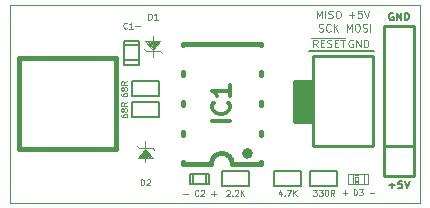
<source format=gto>
G04 #@! TF.FileFunction,Legend,Top*
%FSLAX46Y46*%
G04 Gerber Fmt 4.6, Leading zero omitted, Abs format (unit mm)*
G04 Created by KiCad (PCBNEW 4.0.7) date Tue May  8 00:57:31 2018*
%MOMM*%
%LPD*%
G01*
G04 APERTURE LIST*
%ADD10C,0.150000*%
%ADD11C,0.114300*%
%ADD12C,0.200000*%
%ADD13C,0.127000*%
%ADD14C,0.101600*%
%ADD15C,0.025400*%
%ADD16C,0.254000*%
%ADD17C,0.635000*%
%ADD18C,0.100000*%
%ADD19C,0.381000*%
%ADD20C,0.066040*%
%ADD21C,0.304800*%
G04 APERTURE END LIST*
D10*
D11*
X125825047Y-102229810D02*
X125825047Y-101721810D01*
X125946000Y-101721810D01*
X126018571Y-101746000D01*
X126066952Y-101794381D01*
X126091143Y-101842762D01*
X126115333Y-101939524D01*
X126115333Y-102012095D01*
X126091143Y-102108857D01*
X126066952Y-102157238D01*
X126018571Y-102205619D01*
X125946000Y-102229810D01*
X125825047Y-102229810D01*
X126284666Y-101721810D02*
X126599143Y-101721810D01*
X126429809Y-101915333D01*
X126502381Y-101915333D01*
X126550762Y-101939524D01*
X126574952Y-101963714D01*
X126599143Y-102012095D01*
X126599143Y-102133048D01*
X126574952Y-102181429D01*
X126550762Y-102205619D01*
X126502381Y-102229810D01*
X126357238Y-102229810D01*
X126308857Y-102205619D01*
X126284666Y-102181429D01*
D12*
X127571500Y-90043000D02*
X127254000Y-90043000D01*
X122047000Y-90043000D02*
X122682000Y-90043000D01*
X122555000Y-90043000D02*
X127317500Y-90043000D01*
D13*
X128850571Y-101391357D02*
X129334381Y-101391357D01*
X129092476Y-101633262D02*
X129092476Y-101149452D01*
X129939142Y-100998262D02*
X129636761Y-100998262D01*
X129606523Y-101300643D01*
X129636761Y-101270405D01*
X129697238Y-101240167D01*
X129848428Y-101240167D01*
X129908904Y-101270405D01*
X129939142Y-101300643D01*
X129969381Y-101361119D01*
X129969381Y-101512310D01*
X129939142Y-101572786D01*
X129908904Y-101603024D01*
X129848428Y-101633262D01*
X129697238Y-101633262D01*
X129636761Y-101603024D01*
X129606523Y-101572786D01*
X130150809Y-100998262D02*
X130362476Y-101633262D01*
X130574143Y-100998262D01*
X129183191Y-86804500D02*
X129122714Y-86774262D01*
X129032000Y-86774262D01*
X128941286Y-86804500D01*
X128880810Y-86864976D01*
X128850571Y-86925452D01*
X128820333Y-87046405D01*
X128820333Y-87137119D01*
X128850571Y-87258071D01*
X128880810Y-87318548D01*
X128941286Y-87379024D01*
X129032000Y-87409262D01*
X129092476Y-87409262D01*
X129183191Y-87379024D01*
X129213429Y-87348786D01*
X129213429Y-87137119D01*
X129092476Y-87137119D01*
X129485571Y-87409262D02*
X129485571Y-86774262D01*
X129848429Y-87409262D01*
X129848429Y-86774262D01*
X130150809Y-87409262D02*
X130150809Y-86774262D01*
X130302000Y-86774262D01*
X130392714Y-86804500D01*
X130453190Y-86864976D01*
X130483429Y-86925452D01*
X130513667Y-87046405D01*
X130513667Y-87137119D01*
X130483429Y-87258071D01*
X130453190Y-87318548D01*
X130392714Y-87379024D01*
X130302000Y-87409262D01*
X130150809Y-87409262D01*
D14*
X122775738Y-89695262D02*
X122564071Y-89392881D01*
X122412880Y-89695262D02*
X122412880Y-89060262D01*
X122654785Y-89060262D01*
X122715261Y-89090500D01*
X122745500Y-89120738D01*
X122775738Y-89181214D01*
X122775738Y-89271929D01*
X122745500Y-89332405D01*
X122715261Y-89362643D01*
X122654785Y-89392881D01*
X122412880Y-89392881D01*
X123047880Y-89362643D02*
X123259547Y-89362643D01*
X123350261Y-89695262D02*
X123047880Y-89695262D01*
X123047880Y-89060262D01*
X123350261Y-89060262D01*
X123592166Y-89665024D02*
X123682881Y-89695262D01*
X123834071Y-89695262D01*
X123894547Y-89665024D01*
X123924785Y-89634786D01*
X123955024Y-89574310D01*
X123955024Y-89513833D01*
X123924785Y-89453357D01*
X123894547Y-89423119D01*
X123834071Y-89392881D01*
X123713119Y-89362643D01*
X123652643Y-89332405D01*
X123622404Y-89302167D01*
X123592166Y-89241690D01*
X123592166Y-89181214D01*
X123622404Y-89120738D01*
X123652643Y-89090500D01*
X123713119Y-89060262D01*
X123864309Y-89060262D01*
X123955024Y-89090500D01*
X124227166Y-89362643D02*
X124438833Y-89362643D01*
X124529547Y-89695262D02*
X124227166Y-89695262D01*
X124227166Y-89060262D01*
X124529547Y-89060262D01*
X124710976Y-89060262D02*
X125073833Y-89060262D01*
X124892405Y-89695262D02*
X124892405Y-89060262D01*
X122261690Y-88950800D02*
X125134310Y-88950800D01*
X122881571Y-88331524D02*
X122972286Y-88361762D01*
X123123476Y-88361762D01*
X123183952Y-88331524D01*
X123214190Y-88301286D01*
X123244429Y-88240810D01*
X123244429Y-88180333D01*
X123214190Y-88119857D01*
X123183952Y-88089619D01*
X123123476Y-88059381D01*
X123002524Y-88029143D01*
X122942048Y-87998905D01*
X122911809Y-87968667D01*
X122881571Y-87908190D01*
X122881571Y-87847714D01*
X122911809Y-87787238D01*
X122942048Y-87757000D01*
X123002524Y-87726762D01*
X123153714Y-87726762D01*
X123244429Y-87757000D01*
X123879429Y-88301286D02*
X123849191Y-88331524D01*
X123758476Y-88361762D01*
X123698000Y-88361762D01*
X123607286Y-88331524D01*
X123546810Y-88271048D01*
X123516571Y-88210571D01*
X123486333Y-88089619D01*
X123486333Y-87998905D01*
X123516571Y-87877952D01*
X123546810Y-87817476D01*
X123607286Y-87757000D01*
X123698000Y-87726762D01*
X123758476Y-87726762D01*
X123849191Y-87757000D01*
X123879429Y-87787238D01*
X124151571Y-88361762D02*
X124151571Y-87726762D01*
X124514429Y-88361762D02*
X124242286Y-87998905D01*
X124514429Y-87726762D02*
X124151571Y-88089619D01*
X122700143Y-87218762D02*
X122700143Y-86583762D01*
X122911810Y-87037333D01*
X123123477Y-86583762D01*
X123123477Y-87218762D01*
X123425857Y-87218762D02*
X123425857Y-86583762D01*
X123698000Y-87188524D02*
X123788715Y-87218762D01*
X123939905Y-87218762D01*
X124000381Y-87188524D01*
X124030619Y-87158286D01*
X124060858Y-87097810D01*
X124060858Y-87037333D01*
X124030619Y-86976857D01*
X124000381Y-86946619D01*
X123939905Y-86916381D01*
X123818953Y-86886143D01*
X123758477Y-86855905D01*
X123728238Y-86825667D01*
X123698000Y-86765190D01*
X123698000Y-86704714D01*
X123728238Y-86644238D01*
X123758477Y-86614000D01*
X123818953Y-86583762D01*
X123970143Y-86583762D01*
X124060858Y-86614000D01*
X124453953Y-86583762D02*
X124574905Y-86583762D01*
X124635381Y-86614000D01*
X124695858Y-86674476D01*
X124726096Y-86795429D01*
X124726096Y-87007095D01*
X124695858Y-87128048D01*
X124635381Y-87188524D01*
X124574905Y-87218762D01*
X124453953Y-87218762D01*
X124393477Y-87188524D01*
X124333000Y-87128048D01*
X124302762Y-87007095D01*
X124302762Y-86795429D01*
X124333000Y-86674476D01*
X124393477Y-86614000D01*
X124453953Y-86583762D01*
X125754191Y-89090500D02*
X125693714Y-89060262D01*
X125603000Y-89060262D01*
X125512286Y-89090500D01*
X125451810Y-89150976D01*
X125421571Y-89211452D01*
X125391333Y-89332405D01*
X125391333Y-89423119D01*
X125421571Y-89544071D01*
X125451810Y-89604548D01*
X125512286Y-89665024D01*
X125603000Y-89695262D01*
X125663476Y-89695262D01*
X125754191Y-89665024D01*
X125784429Y-89634786D01*
X125784429Y-89423119D01*
X125663476Y-89423119D01*
X126056571Y-89695262D02*
X126056571Y-89060262D01*
X126419429Y-89695262D01*
X126419429Y-89060262D01*
X126721809Y-89695262D02*
X126721809Y-89060262D01*
X126873000Y-89060262D01*
X126963714Y-89090500D01*
X127024190Y-89150976D01*
X127054429Y-89211452D01*
X127084667Y-89332405D01*
X127084667Y-89423119D01*
X127054429Y-89544071D01*
X127024190Y-89604548D01*
X126963714Y-89665024D01*
X126873000Y-89695262D01*
X126721809Y-89695262D01*
X125240143Y-88361762D02*
X125240143Y-87726762D01*
X125451810Y-88180333D01*
X125663477Y-87726762D01*
X125663477Y-88361762D01*
X126086810Y-87726762D02*
X126207762Y-87726762D01*
X126268238Y-87757000D01*
X126328715Y-87817476D01*
X126358953Y-87938429D01*
X126358953Y-88150095D01*
X126328715Y-88271048D01*
X126268238Y-88331524D01*
X126207762Y-88361762D01*
X126086810Y-88361762D01*
X126026334Y-88331524D01*
X125965857Y-88271048D01*
X125935619Y-88150095D01*
X125935619Y-87938429D01*
X125965857Y-87817476D01*
X126026334Y-87757000D01*
X126086810Y-87726762D01*
X126600857Y-88331524D02*
X126691572Y-88361762D01*
X126842762Y-88361762D01*
X126903238Y-88331524D01*
X126933476Y-88301286D01*
X126963715Y-88240810D01*
X126963715Y-88180333D01*
X126933476Y-88119857D01*
X126903238Y-88089619D01*
X126842762Y-88059381D01*
X126721810Y-88029143D01*
X126661334Y-87998905D01*
X126631095Y-87968667D01*
X126600857Y-87908190D01*
X126600857Y-87847714D01*
X126631095Y-87787238D01*
X126661334Y-87757000D01*
X126721810Y-87726762D01*
X126873000Y-87726762D01*
X126963715Y-87757000D01*
X127235857Y-88361762D02*
X127235857Y-87726762D01*
X125421571Y-86976857D02*
X125905381Y-86976857D01*
X125663476Y-87218762D02*
X125663476Y-86734952D01*
X126510142Y-86583762D02*
X126207761Y-86583762D01*
X126177523Y-86886143D01*
X126207761Y-86855905D01*
X126268238Y-86825667D01*
X126419428Y-86825667D01*
X126479904Y-86855905D01*
X126510142Y-86886143D01*
X126540381Y-86946619D01*
X126540381Y-87097810D01*
X126510142Y-87158286D01*
X126479904Y-87188524D01*
X126419428Y-87218762D01*
X126268238Y-87218762D01*
X126207761Y-87188524D01*
X126177523Y-87158286D01*
X126721809Y-86583762D02*
X126933476Y-87218762D01*
X127145143Y-86583762D01*
D11*
X106661857Y-88065429D02*
X106637667Y-88089619D01*
X106565095Y-88113810D01*
X106516714Y-88113810D01*
X106444143Y-88089619D01*
X106395762Y-88041238D01*
X106371571Y-87992857D01*
X106347381Y-87896095D01*
X106347381Y-87823524D01*
X106371571Y-87726762D01*
X106395762Y-87678381D01*
X106444143Y-87630000D01*
X106516714Y-87605810D01*
X106565095Y-87605810D01*
X106637667Y-87630000D01*
X106661857Y-87654190D01*
X107145667Y-88113810D02*
X106855381Y-88113810D01*
X107000524Y-88113810D02*
X107000524Y-87605810D01*
X106952143Y-87678381D01*
X106903762Y-87726762D01*
X106855381Y-87750952D01*
X107363381Y-87920286D02*
X107750429Y-87920286D01*
X106147810Y-95395143D02*
X106147810Y-95491905D01*
X106172000Y-95540286D01*
X106196190Y-95564477D01*
X106268762Y-95612858D01*
X106365524Y-95637048D01*
X106559048Y-95637048D01*
X106607429Y-95612858D01*
X106631619Y-95588667D01*
X106655810Y-95540286D01*
X106655810Y-95443524D01*
X106631619Y-95395143D01*
X106607429Y-95370953D01*
X106559048Y-95346762D01*
X106438095Y-95346762D01*
X106389714Y-95370953D01*
X106365524Y-95395143D01*
X106341333Y-95443524D01*
X106341333Y-95540286D01*
X106365524Y-95588667D01*
X106389714Y-95612858D01*
X106438095Y-95637048D01*
X106365524Y-95056476D02*
X106341333Y-95104857D01*
X106317143Y-95129048D01*
X106268762Y-95153238D01*
X106244571Y-95153238D01*
X106196190Y-95129048D01*
X106172000Y-95104857D01*
X106147810Y-95056476D01*
X106147810Y-94959714D01*
X106172000Y-94911333D01*
X106196190Y-94887143D01*
X106244571Y-94862952D01*
X106268762Y-94862952D01*
X106317143Y-94887143D01*
X106341333Y-94911333D01*
X106365524Y-94959714D01*
X106365524Y-95056476D01*
X106389714Y-95104857D01*
X106413905Y-95129048D01*
X106462286Y-95153238D01*
X106559048Y-95153238D01*
X106607429Y-95129048D01*
X106631619Y-95104857D01*
X106655810Y-95056476D01*
X106655810Y-94959714D01*
X106631619Y-94911333D01*
X106607429Y-94887143D01*
X106559048Y-94862952D01*
X106462286Y-94862952D01*
X106413905Y-94887143D01*
X106389714Y-94911333D01*
X106365524Y-94959714D01*
X106655810Y-94354952D02*
X106413905Y-94524285D01*
X106655810Y-94645238D02*
X106147810Y-94645238D01*
X106147810Y-94451714D01*
X106172000Y-94403333D01*
X106196190Y-94379142D01*
X106244571Y-94354952D01*
X106317143Y-94354952D01*
X106365524Y-94379142D01*
X106389714Y-94403333D01*
X106413905Y-94451714D01*
X106413905Y-94645238D01*
X106147810Y-93617143D02*
X106147810Y-93713905D01*
X106172000Y-93762286D01*
X106196190Y-93786477D01*
X106268762Y-93834858D01*
X106365524Y-93859048D01*
X106559048Y-93859048D01*
X106607429Y-93834858D01*
X106631619Y-93810667D01*
X106655810Y-93762286D01*
X106655810Y-93665524D01*
X106631619Y-93617143D01*
X106607429Y-93592953D01*
X106559048Y-93568762D01*
X106438095Y-93568762D01*
X106389714Y-93592953D01*
X106365524Y-93617143D01*
X106341333Y-93665524D01*
X106341333Y-93762286D01*
X106365524Y-93810667D01*
X106389714Y-93834858D01*
X106438095Y-93859048D01*
X106365524Y-93278476D02*
X106341333Y-93326857D01*
X106317143Y-93351048D01*
X106268762Y-93375238D01*
X106244571Y-93375238D01*
X106196190Y-93351048D01*
X106172000Y-93326857D01*
X106147810Y-93278476D01*
X106147810Y-93181714D01*
X106172000Y-93133333D01*
X106196190Y-93109143D01*
X106244571Y-93084952D01*
X106268762Y-93084952D01*
X106317143Y-93109143D01*
X106341333Y-93133333D01*
X106365524Y-93181714D01*
X106365524Y-93278476D01*
X106389714Y-93326857D01*
X106413905Y-93351048D01*
X106462286Y-93375238D01*
X106559048Y-93375238D01*
X106607429Y-93351048D01*
X106631619Y-93326857D01*
X106655810Y-93278476D01*
X106655810Y-93181714D01*
X106631619Y-93133333D01*
X106607429Y-93109143D01*
X106559048Y-93084952D01*
X106462286Y-93084952D01*
X106413905Y-93109143D01*
X106389714Y-93133333D01*
X106365524Y-93181714D01*
X106655810Y-92576952D02*
X106413905Y-92746285D01*
X106655810Y-92867238D02*
X106147810Y-92867238D01*
X106147810Y-92673714D01*
X106172000Y-92625333D01*
X106196190Y-92601142D01*
X106244571Y-92576952D01*
X106317143Y-92576952D01*
X106365524Y-92601142D01*
X106389714Y-92625333D01*
X106413905Y-92673714D01*
X106413905Y-92867238D01*
X111385047Y-102093486D02*
X111772095Y-102093486D01*
X112691333Y-102238629D02*
X112667143Y-102262819D01*
X112594571Y-102287010D01*
X112546190Y-102287010D01*
X112473619Y-102262819D01*
X112425238Y-102214438D01*
X112401047Y-102166057D01*
X112376857Y-102069295D01*
X112376857Y-101996724D01*
X112401047Y-101899962D01*
X112425238Y-101851581D01*
X112473619Y-101803200D01*
X112546190Y-101779010D01*
X112594571Y-101779010D01*
X112667143Y-101803200D01*
X112691333Y-101827390D01*
X112884857Y-101827390D02*
X112909047Y-101803200D01*
X112957428Y-101779010D01*
X113078381Y-101779010D01*
X113126762Y-101803200D01*
X113150952Y-101827390D01*
X113175143Y-101875771D01*
X113175143Y-101924152D01*
X113150952Y-101996724D01*
X112860666Y-102287010D01*
X113175143Y-102287010D01*
X113779905Y-102093486D02*
X114166953Y-102093486D01*
X113973429Y-102287010D02*
X113973429Y-101899962D01*
X115062000Y-101827390D02*
X115086190Y-101803200D01*
X115134571Y-101779010D01*
X115255524Y-101779010D01*
X115303905Y-101803200D01*
X115328095Y-101827390D01*
X115352286Y-101875771D01*
X115352286Y-101924152D01*
X115328095Y-101996724D01*
X115037809Y-102287010D01*
X115352286Y-102287010D01*
X115570000Y-102238629D02*
X115594191Y-102262819D01*
X115570000Y-102287010D01*
X115545810Y-102262819D01*
X115570000Y-102238629D01*
X115570000Y-102287010D01*
X115787715Y-101827390D02*
X115811905Y-101803200D01*
X115860286Y-101779010D01*
X115981239Y-101779010D01*
X116029620Y-101803200D01*
X116053810Y-101827390D01*
X116078001Y-101875771D01*
X116078001Y-101924152D01*
X116053810Y-101996724D01*
X115763524Y-102287010D01*
X116078001Y-102287010D01*
X116295715Y-102287010D02*
X116295715Y-101779010D01*
X116586001Y-102287010D02*
X116368287Y-101996724D01*
X116586001Y-101779010D02*
X116295715Y-102069295D01*
X127187476Y-101991886D02*
X127574524Y-101991886D01*
X124901476Y-101991886D02*
X125288524Y-101991886D01*
X125095000Y-102185410D02*
X125095000Y-101798362D01*
X122409856Y-101766310D02*
X122724333Y-101766310D01*
X122554999Y-101959833D01*
X122627571Y-101959833D01*
X122675952Y-101984024D01*
X122700142Y-102008214D01*
X122724333Y-102056595D01*
X122724333Y-102177548D01*
X122700142Y-102225929D01*
X122675952Y-102250119D01*
X122627571Y-102274310D01*
X122482428Y-102274310D01*
X122434047Y-102250119D01*
X122409856Y-102225929D01*
X122893666Y-101766310D02*
X123208143Y-101766310D01*
X123038809Y-101959833D01*
X123111381Y-101959833D01*
X123159762Y-101984024D01*
X123183952Y-102008214D01*
X123208143Y-102056595D01*
X123208143Y-102177548D01*
X123183952Y-102225929D01*
X123159762Y-102250119D01*
X123111381Y-102274310D01*
X122966238Y-102274310D01*
X122917857Y-102250119D01*
X122893666Y-102225929D01*
X123522619Y-101766310D02*
X123571000Y-101766310D01*
X123619381Y-101790500D01*
X123643572Y-101814690D01*
X123667762Y-101863071D01*
X123691953Y-101959833D01*
X123691953Y-102080786D01*
X123667762Y-102177548D01*
X123643572Y-102225929D01*
X123619381Y-102250119D01*
X123571000Y-102274310D01*
X123522619Y-102274310D01*
X123474238Y-102250119D01*
X123450048Y-102225929D01*
X123425857Y-102177548D01*
X123401667Y-102080786D01*
X123401667Y-101959833D01*
X123425857Y-101863071D01*
X123450048Y-101814690D01*
X123474238Y-101790500D01*
X123522619Y-101766310D01*
X124199953Y-102274310D02*
X124030620Y-102032405D01*
X123909667Y-102274310D02*
X123909667Y-101766310D01*
X124103191Y-101766310D01*
X124151572Y-101790500D01*
X124175763Y-101814690D01*
X124199953Y-101863071D01*
X124199953Y-101935643D01*
X124175763Y-101984024D01*
X124151572Y-102008214D01*
X124103191Y-102032405D01*
X123909667Y-102032405D01*
X119723505Y-101948343D02*
X119723505Y-102287010D01*
X119602552Y-101754819D02*
X119481600Y-102117676D01*
X119796076Y-102117676D01*
X119989600Y-102238629D02*
X120013791Y-102262819D01*
X119989600Y-102287010D01*
X119965410Y-102262819D01*
X119989600Y-102238629D01*
X119989600Y-102287010D01*
X120183124Y-101779010D02*
X120521791Y-101779010D01*
X120304077Y-102287010D01*
X120715315Y-102287010D02*
X120715315Y-101779010D01*
X121005601Y-102287010D02*
X120787887Y-101996724D01*
X121005601Y-101779010D02*
X120715315Y-102069295D01*
D15*
X131445000Y-86106000D02*
X96774000Y-86106000D01*
X96774000Y-102870000D02*
X131445000Y-102870000D01*
X131445000Y-86106000D02*
X131445000Y-102870000D01*
X96774000Y-102870000D02*
X96774000Y-86106000D01*
D16*
X128397000Y-98044000D02*
X128397000Y-87884000D01*
X128397000Y-87884000D02*
X130937000Y-87884000D01*
X130937000Y-87884000D02*
X130937000Y-98044000D01*
X128397000Y-100584000D02*
X128397000Y-98044000D01*
X128397000Y-98044000D02*
X130937000Y-98044000D01*
X128397000Y-100584000D02*
X130937000Y-100584000D01*
X130937000Y-100584000D02*
X130937000Y-98044000D01*
D13*
X119126000Y-100203000D02*
X121412000Y-100203000D01*
X121412000Y-100203000D02*
X121412000Y-101473000D01*
X121412000Y-101473000D02*
X119126000Y-101473000D01*
X119126000Y-101473000D02*
X119126000Y-100203000D01*
X109347000Y-93853000D02*
X107061000Y-93853000D01*
X107061000Y-93853000D02*
X107061000Y-92583000D01*
X107061000Y-92583000D02*
X109347000Y-92583000D01*
X109347000Y-92583000D02*
X109347000Y-93853000D01*
X109347000Y-95631000D02*
X107061000Y-95631000D01*
X107061000Y-95631000D02*
X107061000Y-94361000D01*
X107061000Y-94361000D02*
X109347000Y-94361000D01*
X109347000Y-94361000D02*
X109347000Y-95631000D01*
D17*
X122174000Y-93726000D02*
X121094500Y-93726000D01*
X122110500Y-93281500D02*
X121031000Y-93281500D01*
X122237500Y-92837000D02*
X121094500Y-92837000D01*
X122174000Y-94234000D02*
X121031000Y-94234000D01*
X122237500Y-94742000D02*
X121031000Y-94742000D01*
X122237500Y-95250000D02*
X121031000Y-95250000D01*
X122237500Y-95758000D02*
X121031000Y-95758000D01*
D16*
X122301000Y-92583000D02*
X122174000Y-92583000D01*
X122174000Y-96012000D02*
X121920000Y-96012000D01*
X120777000Y-92583000D02*
X122301000Y-92583000D01*
X120777000Y-92583000D02*
X120777000Y-96012000D01*
X120777000Y-96012000D02*
X122301000Y-96012000D01*
X122428000Y-98044000D02*
X122428000Y-90424000D01*
X127508000Y-90424000D02*
X127508000Y-98044000D01*
X127508000Y-98044000D02*
X122428000Y-98044000D01*
X122428000Y-90424000D02*
X127508000Y-90424000D01*
D18*
X107645200Y-98209100D02*
X107454700Y-98044000D01*
X108813600Y-98221800D02*
X108953300Y-98374200D01*
X108013500Y-98552000D02*
X108140500Y-98552000D01*
X108140500Y-98425000D02*
X108140500Y-98615500D01*
X107950000Y-98615500D02*
X108140500Y-98615500D01*
X108204000Y-98679000D02*
X107950000Y-98679000D01*
X107886500Y-98742500D02*
X108140500Y-98742500D01*
X108140500Y-98806000D02*
X107823000Y-98806000D01*
X107759500Y-98869500D02*
X108140500Y-98869500D01*
X108140500Y-98996500D02*
X107696000Y-98996500D01*
X108204000Y-98933000D02*
X107696000Y-98933000D01*
X108204000Y-98298000D02*
X107569000Y-99060000D01*
X107569000Y-99060000D02*
X108204000Y-99060000D01*
X108204000Y-98933000D02*
X108458000Y-99060000D01*
X108839000Y-99060000D02*
X108204000Y-99060000D01*
X108204000Y-98806000D02*
X108331000Y-99060000D01*
X108458000Y-99060000D02*
X108204000Y-98679000D01*
X108204000Y-98552000D02*
X108585000Y-99060000D01*
X108712000Y-99060000D02*
X108204000Y-98425000D01*
X108204000Y-98298000D02*
X108839000Y-99060000D01*
X108204000Y-99060000D02*
X108204000Y-98298000D01*
X108204000Y-98171000D02*
X108204000Y-97663000D01*
X108204000Y-99060000D02*
X108204000Y-99441000D01*
X108803440Y-98211640D02*
X107652820Y-98211640D01*
X109397800Y-90004900D02*
X109588300Y-90170000D01*
X108229400Y-89992200D02*
X108089700Y-89839800D01*
X109029500Y-89662000D02*
X108902500Y-89662000D01*
X108902500Y-89789000D02*
X108902500Y-89598500D01*
X109093000Y-89598500D02*
X108902500Y-89598500D01*
X108839000Y-89535000D02*
X109093000Y-89535000D01*
X109156500Y-89471500D02*
X108902500Y-89471500D01*
X108902500Y-89408000D02*
X109220000Y-89408000D01*
X109283500Y-89344500D02*
X108902500Y-89344500D01*
X108902500Y-89217500D02*
X109347000Y-89217500D01*
X108839000Y-89281000D02*
X109347000Y-89281000D01*
X108839000Y-89916000D02*
X109474000Y-89154000D01*
X109474000Y-89154000D02*
X108839000Y-89154000D01*
X108839000Y-89281000D02*
X108585000Y-89154000D01*
X108204000Y-89154000D02*
X108839000Y-89154000D01*
X108839000Y-89408000D02*
X108712000Y-89154000D01*
X108585000Y-89154000D02*
X108839000Y-89535000D01*
X108839000Y-89662000D02*
X108458000Y-89154000D01*
X108331000Y-89154000D02*
X108839000Y-89789000D01*
X108839000Y-89916000D02*
X108204000Y-89154000D01*
X108839000Y-89154000D02*
X108839000Y-89916000D01*
X108839000Y-90043000D02*
X108839000Y-90551000D01*
X108839000Y-89154000D02*
X108839000Y-88773000D01*
X108239560Y-90002360D02*
X109390180Y-90002360D01*
D19*
X115570000Y-99568000D02*
X117983000Y-99568000D01*
X113792000Y-99568000D02*
X111379000Y-99568000D01*
X115570000Y-99568000D02*
G75*
G03X114681000Y-98679000I-889000J0D01*
G01*
X114681000Y-98679000D02*
G75*
G03X113792000Y-99568000I0J-889000D01*
G01*
X117094000Y-98679000D02*
G75*
G03X117094000Y-98679000I-254000J0D01*
G01*
X117983000Y-89408000D02*
X117983000Y-89535000D01*
X117983000Y-92075000D02*
X117983000Y-91821000D01*
X117983000Y-94615000D02*
X117983000Y-94361000D01*
X117983000Y-97155000D02*
X117983000Y-96901000D01*
X117983000Y-99568000D02*
X117983000Y-99441000D01*
X111379000Y-99568000D02*
X111379000Y-99441000D01*
X111379000Y-89408000D02*
X111379000Y-89535000D01*
X111379000Y-92075000D02*
X111379000Y-91821000D01*
X111379000Y-94615000D02*
X111379000Y-94361000D01*
X111379000Y-97155000D02*
X111379000Y-96901000D01*
X117983000Y-89408000D02*
X111379000Y-89408000D01*
D13*
X113334800Y-101244400D02*
X113334800Y-100431600D01*
X112217200Y-100457000D02*
X112217200Y-101244400D01*
X111963200Y-100431600D02*
X113588800Y-100431600D01*
X113588800Y-100431600D02*
X113588800Y-101244400D01*
X113588800Y-101244400D02*
X111963200Y-101244400D01*
X111963200Y-101244400D02*
X111963200Y-100431600D01*
X116967000Y-101473000D02*
X114681000Y-101473000D01*
X114681000Y-101473000D02*
X114681000Y-100203000D01*
X114681000Y-100203000D02*
X116967000Y-100203000D01*
X116967000Y-100203000D02*
X116967000Y-101473000D01*
D20*
X125788420Y-101287580D02*
X125788420Y-100388420D01*
X125788420Y-100388420D02*
X125389640Y-100388420D01*
X125389640Y-101287580D02*
X125389640Y-100388420D01*
X125788420Y-101287580D02*
X125389640Y-101287580D01*
X127086360Y-101287580D02*
X127086360Y-100388420D01*
X127086360Y-100388420D02*
X126687580Y-100388420D01*
X126687580Y-101287580D02*
X126687580Y-100388420D01*
X127086360Y-101287580D02*
X126687580Y-101287580D01*
X126238000Y-101287580D02*
X126238000Y-101137720D01*
X126238000Y-101137720D02*
X125938280Y-101137720D01*
X125938280Y-101287580D02*
X125938280Y-101137720D01*
X126238000Y-101287580D02*
X125938280Y-101287580D01*
X126238000Y-100538280D02*
X126238000Y-100388420D01*
X126238000Y-100388420D02*
X125938280Y-100388420D01*
X125938280Y-100538280D02*
X125938280Y-100388420D01*
X126238000Y-100538280D02*
X125938280Y-100538280D01*
X126238000Y-100987860D02*
X126238000Y-100688140D01*
X126238000Y-100688140D02*
X125938280Y-100688140D01*
X125938280Y-100987860D02*
X125938280Y-100688140D01*
X126238000Y-100987860D02*
X125938280Y-100987860D01*
D14*
X125788420Y-101236780D02*
X126687580Y-101236780D01*
X125788420Y-100439220D02*
X126687580Y-100439220D01*
D13*
X124460000Y-101473000D02*
X122174000Y-101473000D01*
X122174000Y-101473000D02*
X122174000Y-100203000D01*
X122174000Y-100203000D02*
X124460000Y-100203000D01*
X124460000Y-100203000D02*
X124460000Y-101473000D01*
X107696000Y-90805000D02*
X106426000Y-90805000D01*
X107696000Y-89535000D02*
X106451400Y-89535000D01*
X107696000Y-89154000D02*
X107696000Y-91186000D01*
X107696000Y-91186000D02*
X106426000Y-91186000D01*
X106426000Y-91186000D02*
X106426000Y-89154000D01*
X106426000Y-89154000D02*
X107696000Y-89154000D01*
D19*
X97536000Y-98348800D02*
X105664000Y-98348800D01*
X97536000Y-90627200D02*
X105664000Y-90627200D01*
X97492820Y-90637360D02*
X97492820Y-98338640D01*
X105691940Y-98338640D02*
X105691940Y-90637360D01*
D11*
X107829047Y-101385310D02*
X107829047Y-100877310D01*
X107950000Y-100877310D01*
X108022571Y-100901500D01*
X108070952Y-100949881D01*
X108095143Y-100998262D01*
X108119333Y-101095024D01*
X108119333Y-101167595D01*
X108095143Y-101264357D01*
X108070952Y-101312738D01*
X108022571Y-101361119D01*
X107950000Y-101385310D01*
X107829047Y-101385310D01*
X108312857Y-100925690D02*
X108337047Y-100901500D01*
X108385428Y-100877310D01*
X108506381Y-100877310D01*
X108554762Y-100901500D01*
X108578952Y-100925690D01*
X108603143Y-100974071D01*
X108603143Y-101022452D01*
X108578952Y-101095024D01*
X108288666Y-101385310D01*
X108603143Y-101385310D01*
X108464047Y-87351810D02*
X108464047Y-86843810D01*
X108585000Y-86843810D01*
X108657571Y-86868000D01*
X108705952Y-86916381D01*
X108730143Y-86964762D01*
X108754333Y-87061524D01*
X108754333Y-87134095D01*
X108730143Y-87230857D01*
X108705952Y-87279238D01*
X108657571Y-87327619D01*
X108585000Y-87351810D01*
X108464047Y-87351810D01*
X109238143Y-87351810D02*
X108947857Y-87351810D01*
X109093000Y-87351810D02*
X109093000Y-86843810D01*
X109044619Y-86916381D01*
X108996238Y-86964762D01*
X108947857Y-86988952D01*
D21*
X115370429Y-95975714D02*
X113846429Y-95975714D01*
X115225286Y-94379143D02*
X115297857Y-94451714D01*
X115370429Y-94669428D01*
X115370429Y-94814571D01*
X115297857Y-95032286D01*
X115152714Y-95177428D01*
X115007571Y-95250000D01*
X114717286Y-95322571D01*
X114499571Y-95322571D01*
X114209286Y-95250000D01*
X114064143Y-95177428D01*
X113919000Y-95032286D01*
X113846429Y-94814571D01*
X113846429Y-94669428D01*
X113919000Y-94451714D01*
X113991571Y-94379143D01*
X115370429Y-92927714D02*
X115370429Y-93798571D01*
X115370429Y-93363143D02*
X113846429Y-93363143D01*
X114064143Y-93508286D01*
X114209286Y-93653428D01*
X114281857Y-93798571D01*
M02*

</source>
